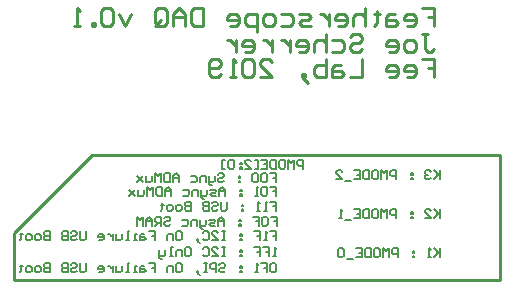
<source format=gbo>
%FSTAX23Y23*%
%MOIN*%
%SFA1B1*%

%IPPOS*%
%ADD12C,0.010000*%
%ADD19C,0.008000*%
%LNusb_control-1*%
%LPD*%
G54D12*
X01749Y0129D02*
X03109D01*
X01489Y0103D02*
X01749Y0129D01*
X01489Y00875D02*
Y0103D01*
Y00875D02*
X03109D01*
Y0129*
X02849Y01609D02*
X02889D01*
Y01579*
X02869*
X02889*
Y0155*
X02799D02*
X02819D01*
X02829Y0156*
Y01579*
X02819Y01589*
X02799*
X02789Y01579*
Y01569*
X02829*
X02739Y0155D02*
X02759D01*
X02769Y0156*
Y01579*
X02759Y01589*
X02739*
X02729Y01579*
Y01569*
X02769*
X02649Y01609D02*
Y0155D01*
X02609*
X02579Y01589D02*
X02559D01*
X02549Y01579*
Y0155*
X02579*
X02589Y0156*
X02579Y01569*
X02549*
X02529Y01609D02*
Y0155D01*
X02499*
X02489Y0156*
Y01569*
Y01579*
X02499Y01589*
X02529*
X02459Y0154D02*
X02449Y0155D01*
Y0156*
X02459*
Y0155*
X02449*
X02459Y0154*
X02469Y0153*
X02309Y0155D02*
X02349D01*
X02309Y01589*
Y01599*
X02319Y01609*
X02339*
X02349Y01599*
X02289D02*
X02279Y01609D01*
X02259*
X02249Y01599*
Y0156*
X02259Y0155*
X02279*
X02289Y0156*
Y01599*
X02229Y0155D02*
X02209D01*
X02219*
Y01609*
X02229Y01599*
X02179Y0156D02*
X02169Y0155D01*
X02149*
X02139Y0156*
Y01599*
X02149Y01609*
X02169*
X02179Y01599*
Y01589*
X02169Y01579*
X02139*
X02849Y01694D02*
X02869D01*
X02859*
Y01645*
X02869Y01635*
X02879*
X02889Y01645*
X02819Y01635D02*
X02799D01*
X02789Y01645*
Y01664*
X02799Y01674*
X02819*
X02829Y01664*
Y01645*
X02819Y01635*
X02739D02*
X02759D01*
X02769Y01645*
Y01664*
X02759Y01674*
X02739*
X02729Y01664*
Y01654*
X02769*
X02609Y01684D02*
X02619Y01694D01*
X02639*
X02649Y01684*
Y01674*
X02639Y01664*
X02619*
X02609Y01654*
Y01645*
X02619Y01635*
X02639*
X02649Y01645*
X02549Y01674D02*
X02579D01*
X02589Y01664*
Y01645*
X02579Y01635*
X02549*
X02529Y01694D02*
Y01635D01*
Y01664*
X02519Y01674*
X02499*
X02489Y01664*
Y01635*
X02439D02*
X02459D01*
X02469Y01645*
Y01664*
X02459Y01674*
X02439*
X02429Y01664*
Y01654*
X02469*
X02409Y01674D02*
Y01635D01*
Y01654*
X02399Y01664*
X02389Y01674*
X02379*
X02349D02*
Y01635D01*
Y01654*
X02339Y01664*
X02329Y01674*
X02319*
X02259Y01635D02*
X02279D01*
X02289Y01645*
Y01664*
X02279Y01674*
X02259*
X02249Y01664*
Y01654*
X02289*
X02229Y01674D02*
Y01635D01*
Y01654*
X02219Y01664*
X02209Y01674*
X02199*
X02849Y01779D02*
X02889D01*
Y01749*
X02869*
X02889*
Y0172*
X02799D02*
X02819D01*
X02829Y0173*
Y01749*
X02819Y01759*
X02799*
X02789Y01749*
Y01739*
X02829*
X02759Y01759D02*
X02739D01*
X02729Y01749*
Y0172*
X02759*
X02769Y0173*
X02759Y01739*
X02729*
X02699Y01769D02*
Y01759D01*
X02709*
X02689*
X02699*
Y0173*
X02689Y0172*
X02659Y01779D02*
Y0172D01*
Y01749*
X02649Y01759*
X02629*
X02619Y01749*
Y0172*
X02569D02*
X02589D01*
X02599Y0173*
Y01749*
X02589Y01759*
X02569*
X02559Y01749*
Y01739*
X02599*
X02539Y01759D02*
Y0172D01*
Y01739*
X02529Y01749*
X02519Y01759*
X02509*
X02479Y0172D02*
X02449D01*
X02439Y0173*
X02449Y01739*
X02469*
X02479Y01749*
X02469Y01759*
X02439*
X02379D02*
X02409D01*
X02419Y01749*
Y0173*
X02409Y0172*
X02379*
X02349D02*
X02329D01*
X02319Y0173*
Y01749*
X02329Y01759*
X02349*
X02359Y01749*
Y0173*
X02349Y0172*
X02299Y017D02*
Y01759D01*
X02269*
X02259Y01749*
Y0173*
X02269Y0172*
X02299*
X02209D02*
X02229D01*
X02239Y0173*
Y01749*
X02229Y01759*
X02209*
X02199Y01749*
Y01739*
X02239*
X02119Y01779D02*
Y0172D01*
X02089*
X02079Y0173*
Y01769*
X02089Y01779*
X02119*
X02059Y0172D02*
Y01759D01*
X02039Y01779*
X02019Y01759*
Y0172*
Y01749*
X02059*
X01959Y0173D02*
Y01769D01*
X01969Y01779*
X01989*
X01999Y01769*
Y0173*
X01989Y0172*
X01969*
X01979Y01739D02*
X01959Y0172D01*
X01969D02*
X01959Y0173D01*
X01879Y01759D02*
X01859Y0172D01*
X01839Y01759*
X01819Y01769D02*
X01809Y01779D01*
X01789*
X01779Y01769*
Y0173*
X01789Y0172*
X01809*
X01819Y0173*
Y01769*
X01759Y0172D02*
Y0173D01*
X01749*
Y0172*
X01759*
X01709D02*
X01689D01*
X01699*
Y01779*
X01709Y01769*
G54D19*
X02454Y01245D02*
Y01274D01*
X02439*
X02434Y01269*
Y01259*
X02439Y01255*
X02454*
X02424Y01245D02*
Y01274D01*
X02414Y01264*
X02404Y01274*
Y01245*
X02379Y01274D02*
X02389D01*
X02394Y01269*
Y0125*
X02389Y01245*
X02379*
X02374Y0125*
Y01269*
X02379Y01274*
X02364D02*
Y01245D01*
X02349*
X02344Y0125*
Y01269*
X02349Y01274*
X02364*
X02314D02*
X02334D01*
Y01245*
X02314*
X02334Y01259D02*
X02324D01*
X02294Y01245D02*
X02304D01*
Y01274*
X02294*
X02259Y01245D02*
X02279D01*
X02259Y01264*
Y01269*
X02264Y01274*
X02274*
X02279Y01269*
X02249Y01264D02*
X02244D01*
Y01259*
X02249*
Y01264*
Y0125D02*
X02244D01*
Y01245*
X02249*
Y0125*
X02224Y01269D02*
X02219Y01274D01*
X02209*
X02204Y01269*
Y0125*
X02209Y01245*
X02219*
X02224Y0125*
Y01269*
X02194Y01245D02*
X02184D01*
Y01274*
X02194*
X02909Y01239D02*
Y0121D01*
Y0122*
X02889Y01239*
X02904Y01225*
X02889Y0121*
X02879Y01234D02*
X02874Y01239D01*
X02864*
X02859Y01234*
Y01229*
X02864Y01225*
X02869*
X02864*
X02859Y0122*
Y01215*
X02864Y0121*
X02874*
X02879Y01215*
X02819Y01229D02*
X02814D01*
Y01225*
X02819*
Y01229*
Y01215D02*
X02814D01*
Y0121*
X02819*
Y01215*
X02764Y0121D02*
Y01239D01*
X02749*
X02744Y01234*
Y01225*
X02749Y0122*
X02764*
X02734Y0121D02*
Y01239D01*
X02724Y01229*
X02714Y01239*
Y0121*
X02689Y01239D02*
X02699D01*
X02704Y01234*
Y01215*
X02699Y0121*
X02689*
X02684Y01215*
Y01234*
X02689Y01239*
X02674D02*
Y0121D01*
X02659*
X02654Y01215*
Y01234*
X02659Y01239*
X02674*
X02624D02*
X02644D01*
Y0121*
X02624*
X02644Y01225D02*
X02634D01*
X02614Y01205D02*
X02594D01*
X02564Y0121D02*
X02584D01*
X02564Y01229*
Y01234*
X02569Y01239*
X02579*
X02584Y01234*
X02909Y01109D02*
Y0108D01*
Y0109*
X02889Y01109*
X02904Y01095*
X02889Y0108*
X02859D02*
X02879D01*
X02859Y01099*
Y01104*
X02864Y01109*
X02874*
X02879Y01104*
X02819Y01099D02*
X02814D01*
Y01095*
X02819*
Y01099*
Y01085D02*
X02814D01*
Y0108*
X02819*
Y01085*
X02764Y0108D02*
Y01109D01*
X02749*
X02744Y01104*
Y01095*
X02749Y0109*
X02764*
X02734Y0108D02*
Y01109D01*
X02724Y01099*
X02714Y01109*
Y0108*
X02689Y01109D02*
X02699D01*
X02704Y01104*
Y01085*
X02699Y0108*
X02689*
X02684Y01085*
Y01104*
X02689Y01109*
X02674D02*
Y0108D01*
X02659*
X02654Y01085*
Y01104*
X02659Y01109*
X02674*
X02624D02*
X02644D01*
Y0108*
X02624*
X02644Y01095D02*
X02634D01*
X02614Y01075D02*
X02594D01*
X02584Y0108D02*
X02574D01*
X02579*
Y01109*
X02584Y01104*
X02909Y00979D02*
Y0095D01*
Y0096*
X02889Y00979*
X02904Y00965*
X02889Y0095*
X02879D02*
X02869D01*
X02874*
Y00979*
X02879Y00974*
X02824Y00969D02*
X02819D01*
Y00965*
X02824*
Y00969*
Y00955D02*
X02819D01*
Y0095*
X02824*
Y00955*
X02769Y0095D02*
Y00979D01*
X02754*
X02749Y00974*
Y00965*
X02754Y0096*
X02769*
X02739Y0095D02*
Y00979D01*
X02729Y00969*
X02719Y00979*
Y0095*
X02694Y00979D02*
X02704D01*
X02709Y00974*
Y00955*
X02704Y0095*
X02694*
X02689Y00955*
Y00974*
X02694Y00979*
X02679D02*
Y0095D01*
X02664*
X02659Y00955*
Y00974*
X02664Y00979*
X02679*
X02629D02*
X02649D01*
Y0095*
X02629*
X02649Y00965D02*
X02639D01*
X02619Y00945D02*
X02599D01*
X02589Y00974D02*
X02584Y00979D01*
X02574*
X02569Y00974*
Y00955*
X02574Y0095*
X02584*
X02589Y00955*
Y00974*
X02364Y00924D02*
X02359Y00929D01*
X02349*
X02344Y00924*
Y00905*
X02349Y009*
X02359*
X02364Y00905*
Y00924*
X02314Y00929D02*
X02334D01*
Y00915*
X02324*
X02334*
Y009*
X02304D02*
X02294D01*
X02299*
Y00929*
X02304Y00924*
X02249Y00919D02*
X02244D01*
Y00915*
X02249*
Y00919*
Y00905D02*
X02244D01*
Y009*
X02249*
Y00905*
X02174Y00924D02*
X02179Y00929D01*
X02189*
X02194Y00924*
Y00919*
X02189Y00915*
X02179*
X02174Y0091*
Y00905*
X02179Y009*
X02189*
X02194Y00905*
X02164Y009D02*
Y00929D01*
X02149*
X02144Y00924*
Y00915*
X02149Y0091*
X02164*
X02134Y00929D02*
X02124D01*
X02129*
Y009*
X02134*
X02124*
X02104Y00895D02*
X02099Y009D01*
Y00905*
X02104*
Y009*
X02099*
X02104Y00895*
X02109Y0089*
X02034Y00929D02*
X02044D01*
X02049Y00924*
Y00905*
X02044Y009*
X02034*
X02029Y00905*
Y00924*
X02034Y00929*
X02019Y009D02*
Y00919D01*
X02004*
X01999Y00915*
Y009*
X01939Y00929D02*
X01959D01*
Y00915*
X01949*
X01959*
Y009*
X01924Y00919D02*
X01914D01*
X01909Y00915*
Y009*
X01924*
X01929Y00905*
X01924Y0091*
X01909*
X01899Y009D02*
X01889D01*
X01894*
Y00919*
X01899*
X01874Y009D02*
X01864D01*
X01869*
Y00929*
X01874*
X01849Y00919D02*
Y00905D01*
X01844Y009*
X01829*
Y00919*
X01819D02*
Y009D01*
Y0091*
X01814Y00915*
X01809Y00919*
X01804*
X01774Y009D02*
X01784D01*
X01789Y00905*
Y00915*
X01784Y00919*
X01774*
X01769Y00915*
Y0091*
X01789*
X01729Y00929D02*
Y00905D01*
X01724Y009*
X01714*
X01709Y00905*
Y00929*
X01679Y00924D02*
X01684Y00929D01*
X01694*
X01699Y00924*
Y00919*
X01694Y00915*
X01684*
X01679Y0091*
Y00905*
X01684Y009*
X01694*
X01699Y00905*
X01669Y00929D02*
Y009D01*
X01654*
X01649Y00905*
Y0091*
X01654Y00915*
X01669*
X01654*
X01649Y00919*
Y00924*
X01654Y00929*
X01669*
X01609D02*
Y009D01*
X01594*
X01589Y00905*
Y0091*
X01594Y00915*
X01609*
X01594*
X01589Y00919*
Y00924*
X01594Y00929*
X01609*
X01574Y009D02*
X01564D01*
X01559Y00905*
Y00915*
X01564Y00919*
X01574*
X01579Y00915*
Y00905*
X01574Y009*
X01544D02*
X01534D01*
X01529Y00905*
Y00915*
X01534Y00919*
X01544*
X01549Y00915*
Y00905*
X01544Y009*
X01514Y00924D02*
Y00919D01*
X01519*
X01509*
X01514*
Y00905*
X01509Y009*
X02364Y00953D02*
X02354D01*
X02359*
Y00983*
X02364Y00978*
X02319Y00983D02*
X02339D01*
Y00968*
X02329*
X02339*
Y00953*
X02289Y00983D02*
X02309D01*
Y00968*
X02299*
X02309*
Y00953*
X02249Y00973D02*
X02244D01*
Y00968*
X02249*
Y00973*
Y00958D02*
X02244D01*
Y00953*
X02249*
Y00958*
X02194Y00983D02*
X02184D01*
X02189*
Y00953*
X02194*
X02184*
X02149D02*
X02169D01*
X02149Y00973*
Y00978*
X02154Y00983*
X02164*
X02169Y00978*
X02119D02*
X02124Y00983D01*
X02134*
X02139Y00978*
Y00958*
X02134Y00953*
X02124*
X02119Y00958*
X02064Y00983D02*
X02074D01*
X02079Y00978*
Y00958*
X02074Y00953*
X02064*
X02059Y00958*
Y00978*
X02064Y00983*
X02049Y00953D02*
Y00973D01*
X02034*
X02029Y00968*
Y00953*
X02019D02*
X02009D01*
X02014*
Y00983*
X02019*
X01994Y00973D02*
Y00958D01*
X01989Y00953*
X01974*
Y00948*
X01979Y00943*
X01984*
X01974Y00953D02*
Y00973D01*
X02344Y01036D02*
X02364D01*
Y01021*
X02354*
X02364*
Y01006*
X02334D02*
X02324D01*
X02329*
Y01036*
X02334Y01031*
X02289Y01036D02*
X02309D01*
Y01021*
X02299*
X02309*
Y01006*
X02249Y01026D02*
X02244D01*
Y01021*
X02249*
Y01026*
Y01011D02*
X02244D01*
Y01006*
X02249*
Y01011*
X02194Y01036D02*
X02184D01*
X02189*
Y01006*
X02194*
X02184*
X02149D02*
X02169D01*
X02149Y01026*
Y01031*
X02154Y01036*
X02164*
X02169Y01031*
X02119D02*
X02124Y01036D01*
X02134*
X02139Y01031*
Y01011*
X02134Y01006*
X02124*
X02119Y01011*
X02104Y01001D02*
X02099Y01006D01*
Y01011*
X02104*
Y01006*
X02099*
X02104Y01001*
X02109Y00996*
X02034Y01036D02*
X02044D01*
X02049Y01031*
Y01011*
X02044Y01006*
X02034*
X02029Y01011*
Y01031*
X02034Y01036*
X02019Y01006D02*
Y01026D01*
X02004*
X01999Y01021*
Y01006*
X01939Y01036D02*
X01959D01*
Y01021*
X01949*
X01959*
Y01006*
X01924Y01026D02*
X01914D01*
X01909Y01021*
Y01006*
X01924*
X01929Y01011*
X01924Y01016*
X01909*
X01899Y01006D02*
X01889D01*
X01894*
Y01026*
X01899*
X01874Y01006D02*
X01864D01*
X01869*
Y01036*
X01874*
X01849Y01026D02*
Y01011D01*
X01844Y01006*
X01829*
Y01026*
X01819D02*
Y01006D01*
Y01016*
X01814Y01021*
X01809Y01026*
X01804*
X01774Y01006D02*
X01784D01*
X01789Y01011*
Y01021*
X01784Y01026*
X01774*
X01769Y01021*
Y01016*
X01789*
X01729Y01036D02*
Y01011D01*
X01724Y01006*
X01714*
X01709Y01011*
Y01036*
X01679Y01031D02*
X01684Y01036D01*
X01694*
X01699Y01031*
Y01026*
X01694Y01021*
X01684*
X01679Y01016*
Y01011*
X01684Y01006*
X01694*
X01699Y01011*
X01669Y01036D02*
Y01006D01*
X01654*
X01649Y01011*
Y01016*
X01654Y01021*
X01669*
X01654*
X01649Y01026*
Y01031*
X01654Y01036*
X01669*
X01609D02*
Y01006D01*
X01594*
X01589Y01011*
Y01016*
X01594Y01021*
X01609*
X01594*
X01589Y01026*
Y01031*
X01594Y01036*
X01609*
X01574Y01006D02*
X01564D01*
X01559Y01011*
Y01021*
X01564Y01026*
X01574*
X01579Y01021*
Y01011*
X01574Y01006*
X01544D02*
X01534D01*
X01529Y01011*
Y01021*
X01534Y01026*
X01544*
X01549Y01021*
Y01011*
X01544Y01006*
X01514Y01031D02*
Y01026D01*
X01519*
X01509*
X01514*
Y01011*
X01509Y01006*
X02345Y01084D02*
X02365D01*
Y0107*
X02355*
X02365*
Y01055*
X02335Y01079D02*
X0233Y01084D01*
X0232*
X02315Y01079*
Y0106*
X0232Y01055*
X0233*
X02335Y0106*
Y01079*
X02285Y01084D02*
X02305D01*
Y0107*
X02295*
X02305*
Y01055*
X02245Y01074D02*
X0224D01*
Y0107*
X02245*
Y01074*
Y0106D02*
X0224D01*
Y01055*
X02245*
Y0106*
X0219Y01055D02*
Y01074D01*
X0218Y01084*
X0217Y01074*
Y01055*
Y0107*
X0219*
X0216Y01055D02*
X02145D01*
X0214Y0106*
X02145Y01065*
X02155*
X0216Y0107*
X02155Y01074*
X0214*
X0213D02*
Y0106D01*
X02125Y01055*
X0211*
Y0105*
X02115Y01045*
X0212*
X0211Y01055D02*
Y01074D01*
X021Y01055D02*
Y01074D01*
X02085*
X0208Y0107*
Y01055*
X0205Y01074D02*
X02065D01*
X0207Y0107*
Y0106*
X02065Y01055*
X0205*
X0199Y01079D02*
X01995Y01084D01*
X02005*
X0201Y01079*
Y01074*
X02005Y0107*
X01995*
X0199Y01065*
Y0106*
X01995Y01055*
X02005*
X0201Y0106*
X0198Y01055D02*
Y01084D01*
X01965*
X0196Y01079*
Y0107*
X01965Y01065*
X0198*
X0197D02*
X0196Y01055D01*
X0195D02*
Y01074D01*
X0194Y01084*
X0193Y01074*
Y01055*
Y0107*
X0195*
X0192Y01055D02*
Y01084D01*
X0191Y01074*
X019Y01084*
Y01055*
X02344Y01134D02*
X02364D01*
Y01119*
X02354*
X02364*
Y01105*
X02334D02*
X02324D01*
X02329*
Y01134*
X02334Y01129*
X02309Y01105D02*
X02299D01*
X02304*
Y01134*
X02309Y01129*
X02254Y01124D02*
X02249D01*
Y01119*
X02254*
Y01124*
Y0111D02*
X02249D01*
Y01105*
X02254*
Y0111*
X02199Y01134D02*
Y0111D01*
X02194Y01105*
X02184*
X02179Y0111*
Y01134*
X02149Y01129D02*
X02154Y01134D01*
X02164*
X02169Y01129*
Y01124*
X02164Y01119*
X02154*
X02149Y01115*
Y0111*
X02154Y01105*
X02164*
X02169Y0111*
X02139Y01134D02*
Y01105D01*
X02124*
X02119Y0111*
Y01115*
X02124Y01119*
X02139*
X02124*
X02119Y01124*
Y01129*
X02124Y01134*
X02139*
X02079D02*
Y01105D01*
X02064*
X02059Y0111*
Y01115*
X02064Y01119*
X02079*
X02064*
X02059Y01124*
Y01129*
X02064Y01134*
X02079*
X02044Y01105D02*
X02034D01*
X02029Y0111*
Y01119*
X02034Y01124*
X02044*
X02049Y01119*
Y0111*
X02044Y01105*
X02014D02*
X02004D01*
X01999Y0111*
Y01119*
X02004Y01124*
X02014*
X02019Y01119*
Y0111*
X02014Y01105*
X01984Y01129D02*
Y01124D01*
X01989*
X01979*
X01984*
Y0111*
X01979Y01105*
X02344Y01184D02*
X02364D01*
Y01169*
X02354*
X02364*
Y01155*
X02334Y01179D02*
X02329Y01184D01*
X02319*
X02314Y01179*
Y0116*
X02319Y01155*
X02329*
X02334Y0116*
Y01179*
X02304Y01155D02*
X02294D01*
X02299*
Y01184*
X02304Y01179*
X02249Y01174D02*
X02244D01*
Y01169*
X02249*
Y01174*
Y0116D02*
X02244D01*
Y01155*
X02249*
Y0116*
X02194Y01155D02*
Y01174D01*
X02184Y01184*
X02174Y01174*
Y01155*
Y01169*
X02194*
X02164Y01155D02*
X02149D01*
X02144Y0116*
X02149Y01165*
X02159*
X02164Y01169*
X02159Y01174*
X02144*
X02134D02*
Y0116D01*
X02129Y01155*
X02114*
Y0115*
X02119Y01145*
X02124*
X02114Y01155D02*
Y01174D01*
X02104Y01155D02*
Y01174D01*
X02089*
X02084Y01169*
Y01155*
X02054Y01174D02*
X02069D01*
X02074Y01169*
Y0116*
X02069Y01155*
X02054*
X02014D02*
Y01174D01*
X02004Y01184*
X01994Y01174*
Y01155*
Y01169*
X02014*
X01984Y01184D02*
Y01155D01*
X01969*
X01964Y0116*
Y01179*
X01969Y01184*
X01984*
X01954Y01155D02*
Y01184D01*
X01944Y01174*
X01934Y01184*
Y01155*
X01924Y01174D02*
Y0116D01*
X01919Y01155*
X01904*
Y01174*
X01894D02*
X01874Y01155D01*
X01884Y01165*
X01874Y01174*
X01894Y01155*
X02344Y01229D02*
X02364D01*
Y01215*
X02354*
X02364*
Y012*
X02334Y01224D02*
X02329Y01229D01*
X02319*
X02314Y01224*
Y01205*
X02319Y012*
X02329*
X02334Y01205*
Y01224*
X02304D02*
X02299Y01229D01*
X02289*
X02284Y01224*
Y01205*
X02289Y012*
X02299*
X02304Y01205*
Y01224*
X02244Y01219D02*
X02239D01*
Y01215*
X02244*
Y01219*
Y01205D02*
X02239D01*
Y012*
X02244*
Y01205*
X02169Y01224D02*
X02174Y01229D01*
X02184*
X02189Y01224*
Y01219*
X02184Y01215*
X02174*
X02169Y0121*
Y01205*
X02174Y012*
X02184*
X02189Y01205*
X02159Y01219D02*
Y01205D01*
X02154Y012*
X02139*
Y01195*
X02144Y0119*
X02149*
X02139Y012D02*
Y01219D01*
X02129Y012D02*
Y01219D01*
X02114*
X02109Y01215*
Y012*
X02079Y01219D02*
X02094D01*
X02099Y01215*
Y01205*
X02094Y012*
X02079*
X02039D02*
Y01219D01*
X02029Y01229*
X02019Y01219*
Y012*
Y01215*
X02039*
X02009Y01229D02*
Y012D01*
X01994*
X01989Y01205*
Y01224*
X01994Y01229*
X02009*
X01979Y012D02*
Y01229D01*
X01969Y01219*
X01959Y01229*
Y012*
X01949Y01219D02*
Y01205D01*
X01944Y012*
X01929*
Y01219*
X01919D02*
X01899Y012D01*
X01909Y0121*
X01899Y01219*
X01919Y012*
M02*
</source>
